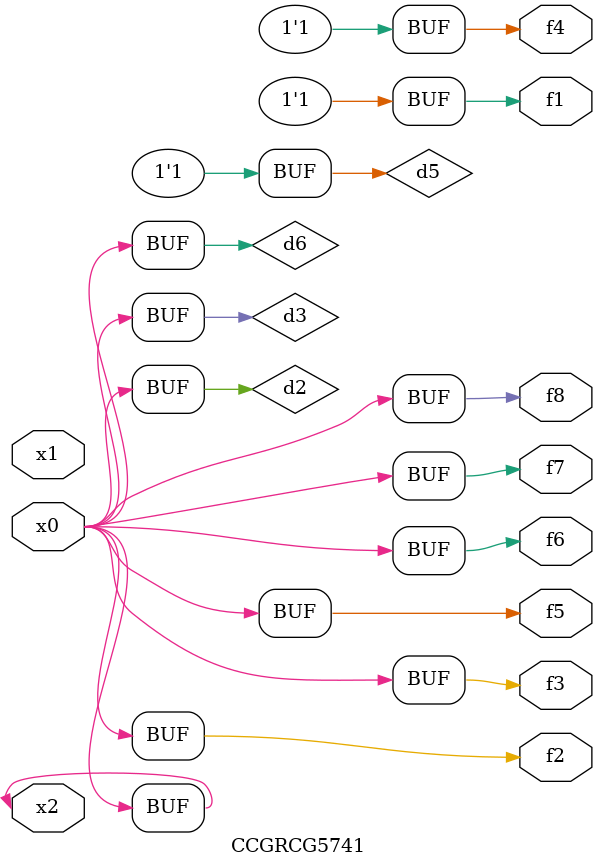
<source format=v>
module CCGRCG5741(
	input x0, x1, x2,
	output f1, f2, f3, f4, f5, f6, f7, f8
);

	wire d1, d2, d3, d4, d5, d6;

	xnor (d1, x2);
	buf (d2, x0, x2);
	and (d3, x0);
	xnor (d4, x1, x2);
	nand (d5, d1, d3);
	buf (d6, d2, d3);
	assign f1 = d5;
	assign f2 = d6;
	assign f3 = d6;
	assign f4 = d5;
	assign f5 = d6;
	assign f6 = d6;
	assign f7 = d6;
	assign f8 = d6;
endmodule

</source>
